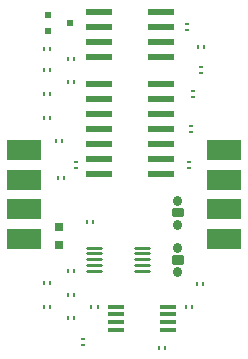
<source format=gbr>
G04 EAGLE Gerber RS-274X export*
G75*
%MOMM*%
%FSLAX34Y34*%
%LPD*%
%INSolderpaste Top*%
%IPPOS*%
%AMOC8*
5,1,8,0,0,1.08239X$1,22.5*%
G01*
%ADD10C,0.250000*%
%ADD11R,0.250000X0.350000*%
%ADD12R,0.350000X0.250000*%
%ADD13R,0.550000X0.600000*%
%ADD14R,2.200000X0.600000*%
%ADD15C,0.800000*%
%ADD16C,0.400000*%
%ADD17R,0.800000X0.800000*%
%ADD18R,1.422400X0.431800*%
%ADD19R,0.280000X0.430000*%
%ADD20R,0.430000X0.280000*%
%ADD21R,2.209800X0.609600*%
%ADD22R,3.000000X1.800000*%


D10*
X126250Y90000D02*
X114250Y90000D01*
X114250Y95000D02*
X126250Y95000D01*
X126250Y100000D02*
X114250Y100000D01*
X114250Y105000D02*
X126250Y105000D01*
X126250Y110000D02*
X114250Y110000D01*
X85750Y90000D02*
X73750Y90000D01*
X73750Y95000D02*
X85750Y95000D01*
X85750Y100000D02*
X73750Y100000D01*
X73750Y105000D02*
X85750Y105000D01*
X85750Y110000D02*
X73750Y110000D01*
D11*
X157500Y60000D03*
X162500Y60000D03*
X57500Y50000D03*
X62500Y50000D03*
D12*
X170000Y257500D03*
X170000Y262500D03*
X162000Y207500D03*
X162000Y212500D03*
X64000Y182500D03*
X64000Y177500D03*
D11*
X166500Y79000D03*
X171500Y79000D03*
D12*
X158000Y299500D03*
X158000Y294500D03*
X70000Y32500D03*
X70000Y27500D03*
D11*
X42500Y60000D03*
X37500Y60000D03*
D13*
X40750Y306500D03*
X40750Y293500D03*
X59250Y300000D03*
D14*
X136000Y184600D03*
X84000Y184600D03*
X136000Y171900D03*
X136000Y197300D03*
X136000Y210000D03*
X84000Y171900D03*
X84000Y197300D03*
X84000Y210000D03*
X136000Y235400D03*
X84000Y235400D03*
X136000Y222700D03*
X136000Y248100D03*
X84000Y222700D03*
X84000Y248100D03*
D15*
X150000Y150605D02*
X150000Y149715D01*
D16*
X153000Y138000D02*
X147000Y138000D01*
X147000Y142000D01*
X153000Y142000D01*
X153000Y138000D01*
X153000Y141800D02*
X147000Y141800D01*
D15*
X150000Y130285D02*
X150000Y129395D01*
X150000Y90285D02*
X150000Y89395D01*
D16*
X147000Y102000D02*
X153000Y102000D01*
X153000Y98000D01*
X147000Y98000D01*
X147000Y102000D01*
X147000Y101800D02*
X153000Y101800D01*
D15*
X150000Y109715D02*
X150000Y110605D01*
D17*
X50000Y127500D03*
X50000Y112500D03*
D18*
X141844Y40348D03*
X141844Y46698D03*
X141844Y53302D03*
X141844Y59652D03*
X98156Y59652D03*
X98156Y53302D03*
X98156Y46698D03*
X98156Y40348D03*
D19*
X139550Y25000D03*
X134450Y25000D03*
X57450Y270000D03*
X62550Y270000D03*
X62550Y250000D03*
X57450Y250000D03*
X62550Y70000D03*
X57450Y70000D03*
D20*
X163000Y237450D03*
X163000Y242550D03*
D19*
X42550Y220000D03*
X37450Y220000D03*
X37450Y80000D03*
X42550Y80000D03*
X52550Y200000D03*
X47450Y200000D03*
X54550Y169000D03*
X49450Y169000D03*
X77450Y60000D03*
X82550Y60000D03*
D20*
X160000Y182550D03*
X160000Y177450D03*
D19*
X73450Y132000D03*
X78550Y132000D03*
X172550Y280000D03*
X167450Y280000D03*
X62550Y90000D03*
X57450Y90000D03*
X42550Y260000D03*
X37450Y260000D03*
X42550Y240000D03*
X37450Y240000D03*
X37450Y278000D03*
X42550Y278000D03*
D21*
X83838Y309050D03*
X136162Y309050D03*
X83838Y296350D03*
X83838Y283650D03*
X136162Y296350D03*
X136162Y283650D03*
X83838Y270950D03*
X136162Y270950D03*
D22*
X190000Y142700D03*
X190000Y117300D03*
X190000Y192700D03*
X190000Y167300D03*
X20000Y142700D03*
X20000Y117300D03*
X20000Y192700D03*
X20000Y167300D03*
M02*

</source>
